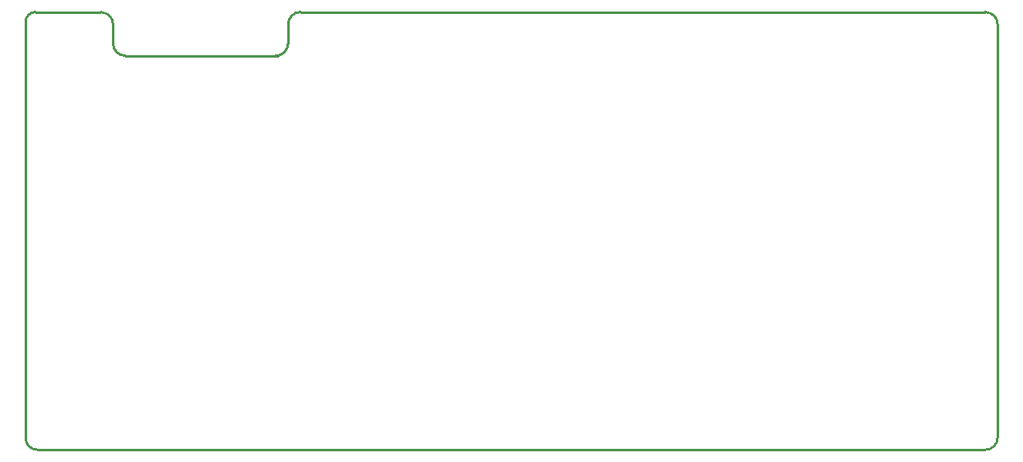
<source format=gm1>
G04*
G04 #@! TF.GenerationSoftware,Altium Limited,Altium Designer,19.0.15 (446)*
G04*
G04 Layer_Color=16711935*
%FSLAX25Y25*%
%MOIN*%
G70*
G01*
G75*
%ADD13C,0.01000*%
D13*
X101457Y167323D02*
G03*
X96457Y162323I0J-5000D01*
G01*
X91457Y149606D02*
G03*
X96457Y154606I0J5000D01*
G01*
X25591D02*
G03*
X30591Y149606I5000J0D01*
G01*
X25591Y162323D02*
G03*
X20591Y167323I-5000J0D01*
G01*
X-5906D02*
G03*
X-9843Y163386I0J-3937D01*
G01*
X378858Y-9843D02*
G03*
X383858Y-4843I0J5000D01*
G01*
Y162323D02*
G03*
X378858Y167323I-5000J0D01*
G01*
X-9843Y-5118D02*
G03*
X-5118Y-9843I4724J0D01*
G01*
X-5906Y167323D02*
G03*
X-9843Y163386I0J-3937D01*
G01*
X101457Y167323D02*
X300118D01*
X96457Y154606D02*
Y162323D01*
X82677Y149606D02*
X91457D01*
X30591D02*
X92520D01*
X25591Y154606D02*
Y162323D01*
X-5906Y167323D02*
X20591D01*
X300118Y-9843D02*
X378858D01*
X383858Y-4843D02*
Y162323D01*
X374016Y167323D02*
X378858D01*
X300118D02*
X374016D01*
X-5118Y-9843D02*
X300118D01*
X-9843Y-5118D02*
Y163386D01*
M02*

</source>
